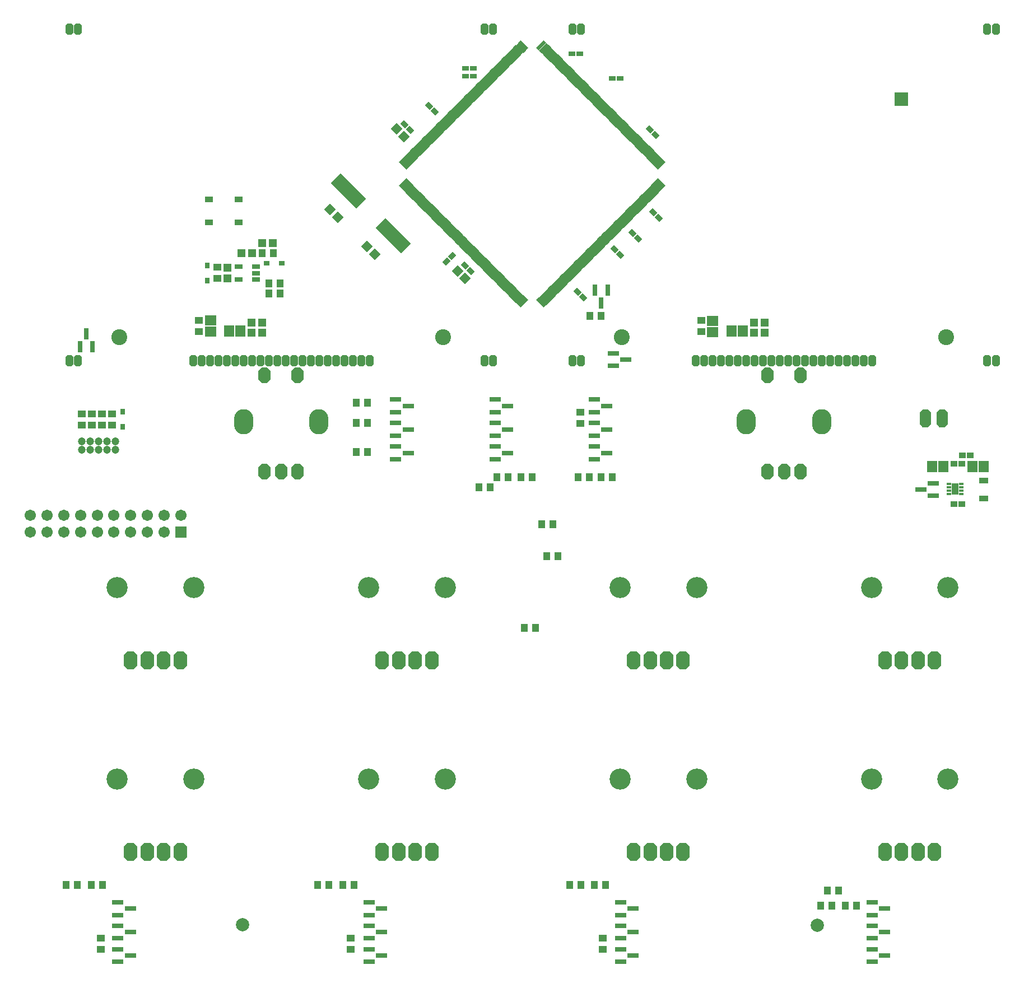
<source format=gbs>
%FSTAX23Y23*%
%MOIN*%
%SFA1B1*%

%IPPOS*%
%AMD41*
4,1,8,0.033500,-0.036400,0.033500,0.036400,0.016800,0.053200,-0.016800,0.053200,-0.033500,0.036400,-0.033500,-0.036400,-0.016800,-0.053200,0.016800,-0.053200,0.033500,-0.036400,0.0*
%
%AMD42*
4,1,8,0.017700,0.045300,-0.017700,0.045300,-0.035500,0.027600,-0.035500,-0.027600,-0.017700,-0.045300,0.017700,-0.045300,0.035500,-0.027600,0.035500,0.027600,0.017700,0.045300,0.0*
%
%AMD45*
4,1,8,-0.010900,-0.033500,0.010900,-0.033500,0.021700,-0.022700,0.021700,0.022700,0.010900,0.033500,-0.010900,0.033500,-0.021700,0.022700,-0.021700,-0.022700,-0.010900,-0.033500,0.0*
%
%AMD47*
4,1,8,0.019700,0.053200,-0.019700,0.053200,-0.039400,0.033500,-0.039400,-0.033500,-0.019700,-0.053200,0.019700,-0.053200,0.039400,-0.033500,0.039400,0.033500,0.019700,0.053200,0.0*
%
%AMD74*
4,1,4,0.105900,-0.047200,-0.047200,0.105900,-0.105900,0.047200,0.047200,-0.105900,0.105900,-0.047200,0.0*
%
%AMD91*
4,1,4,-0.033400,0.000000,0.000000,-0.033400,0.033400,0.000000,0.000000,0.033400,-0.033400,0.000000,0.0*
%
%AMD92*
4,1,4,-0.016000,0.030000,-0.030000,0.016000,0.016000,-0.030000,0.030000,-0.016000,-0.016000,0.030000,0.0*
%
%AMD93*
4,1,4,0.030000,0.016000,0.016000,0.030000,-0.030000,-0.016000,-0.016000,-0.030000,0.030000,0.016000,0.0*
%
%AMD102*
4,1,4,0.025100,0.002800,0.002800,0.025100,-0.025100,-0.002800,-0.002800,-0.025100,0.025100,0.002800,0.0*
%
%AMD103*
4,1,4,-0.002800,0.025100,-0.025100,0.002800,0.002800,-0.025100,0.025100,-0.002800,-0.002800,0.025100,0.0*
%
%ADD26R,0.059181X0.067055*%
%ADD27R,0.047370X0.047370*%
%ADD29R,0.043433X0.047370*%
%ADD35R,0.078740X0.078740*%
%ADD36C,0.078740*%
%ADD37R,0.047370X0.043433*%
%ADD38R,0.067055X0.067055*%
%ADD39C,0.067055*%
%ADD40C,0.027685*%
G04~CAMADD=41~4~0.0~0.0~1064.3~670.6~0.0~167.6~0~0.0~0.0~0.0~0.0~0~0.0~0.0~0.0~0.0~0~0.0~0.0~0.0~270.0~670.0~1064.0*
%ADD41D41*%
G04~CAMADD=42~4~0.0~0.0~709.9~906.8~0.0~177.5~0~0.0~0.0~0.0~0.0~0~0.0~0.0~0.0~0.0~0~0.0~0.0~0.0~0.0~709.9~906.8*
%ADD42D42*%
%ADD43O,0.114299X0.149732*%
%ADD44C,0.094614*%
G04~CAMADD=45~4~0.0~0.0~434.3~670.6~0.0~108.6~0~0.0~0.0~0.0~0.0~0~0.0~0.0~0.0~0.0~0~0.0~0.0~0.0~180.0~434.0~670.0*
%ADD45D45*%
%ADD46C,0.047370*%
G04~CAMADD=47~4~0.0~0.0~788.7~1064.3~0.0~197.2~0~0.0~0.0~0.0~0.0~0~0.0~0.0~0.0~0.0~0~0.0~0.0~0.0~0.0~788.7~1064.3*
%ADD47D47*%
%ADD48C,0.126110*%
G04~CAMADD=74~9~0.0~0.0~2165.0~830.0~0.0~0.0~0~0.0~0.0~0.0~0.0~0~0.0~0.0~0.0~0.0~0~0.0~0.0~0.0~315.0~2118.0~2117.0*
%ADD74D74*%
%ADD90R,0.025716X0.035559*%
G04~CAMADD=91~10~0.0~473.7~0.0~0.0~0.0~0.0~0~0.0~0.0~0.0~0.0~0~0.0~0.0~0.0~0.0~0~0.0~0.0~0.0~135.0~473.7~0.0*
%ADD91D91*%
G04~CAMADD=92~9~0.0~0.0~198.1~650.9~0.0~0.0~0~0.0~0.0~0.0~0.0~0~0.0~0.0~0.0~0.0~0~0.0~0.0~0.0~45.0~600.0~599.0*
%ADD92D92*%
G04~CAMADD=93~9~0.0~0.0~198.1~650.9~0.0~0.0~0~0.0~0.0~0.0~0.0~0~0.0~0.0~0.0~0.0~0~0.0~0.0~0.0~315.0~600.0~599.0*
%ADD93D93*%
%ADD94R,0.047370X0.031622*%
%ADD95R,0.055244X0.033590*%
%ADD96R,0.067055X0.031622*%
%ADD97R,0.039496X0.035559*%
%ADD98R,0.043433X0.070992*%
%ADD99R,0.027685X0.017842*%
%ADD100R,0.051307X0.035559*%
%ADD101R,0.039496X0.031622*%
G04~CAMADD=102~9~0.0~0.0~316.2~395.0~0.0~0.0~0~0.0~0.0~0.0~0.0~0~0.0~0.0~0.0~0.0~0~0.0~0.0~0.0~315.0~502.0~501.0*
%ADD102D102*%
G04~CAMADD=103~9~0.0~0.0~316.2~395.0~0.0~0.0~0~0.0~0.0~0.0~0.0~0~0.0~0.0~0.0~0.0~0~0.0~0.0~0.0~45.0~502.0~501.0*
%ADD103D103*%
%ADD104R,0.031622X0.067055*%
%ADD105R,0.035559X0.025716*%
%ADD106R,0.047370X0.047370*%
%ADD107R,0.067055X0.059181*%
%LNduo_x-1*%
%LPD*%
G54D26*
X05203Y02729D03*
X0527D03*
X0503D03*
X04963D03*
X03838Y03535D03*
X03771D03*
X00848D03*
X00781D03*
G54D27*
X01041Y0406D03*
X00978D03*
X03966Y03585D03*
X03903D03*
X03966Y03525D03*
X03903D03*
X00976D03*
X00913D03*
X00976Y03585D03*
X00913D03*
X00918Y03999D03*
X00855D03*
G54D29*
X04446Y00115D03*
X04513D03*
X02995Y02665D03*
X03061D03*
X01306Y0024D03*
X01373D03*
X04301Y00115D03*
X04368D03*
X02806Y0024D03*
X02873D03*
X02374Y02665D03*
X02441D03*
X01536Y02814D03*
X01603D03*
X-00188Y0024D03*
X-00121D03*
X02925Y02665D03*
X02858D03*
X01523Y0024D03*
X01456D03*
X04341Y00205D03*
X04408D03*
X02583Y02665D03*
X02516D03*
X01536Y02987D03*
X01603D03*
X0302Y0024D03*
X02953D03*
X02334Y02605D03*
X02267D03*
X01536Y0311D03*
X01603D03*
X00028Y0024D03*
X-00038D03*
X02928Y03625D03*
X02995D03*
X02708Y02385D03*
X02641D03*
X02536Y0177D03*
X02603D03*
X02738Y02195D03*
X02671D03*
X01083Y03759D03*
X01016D03*
X01083Y03819D03*
X01016D03*
X01043Y03999D03*
X00976D03*
G54D35*
X04782Y04915D03*
G54D36*
X0428Y0D03*
X0086Y00001D03*
G54D37*
X01505Y-00146D03*
Y-00079D03*
X0287Y02986D03*
Y03053D03*
X03005Y-00146D03*
Y-00079D03*
X00016Y-00146D03*
Y-00079D03*
X-00095Y02976D03*
Y03043D03*
X-00035Y02976D03*
Y03043D03*
X00025Y02976D03*
Y03043D03*
X00085Y02976D03*
Y03043D03*
X0071Y03847D03*
Y03914D03*
X0359Y03598D03*
Y03531D03*
X006Y036D03*
Y03533D03*
G54D38*
X00495Y0234D03*
G54D39*
X00495Y0244D03*
X00395Y0234D03*
Y0244D03*
X00295Y0234D03*
Y0244D03*
X00195Y0234D03*
Y0244D03*
X00095Y0234D03*
Y0244D03*
X-00004Y0234D03*
Y0244D03*
X-00104Y0234D03*
Y0244D03*
X-00204Y0234D03*
Y0244D03*
X-00304Y0234D03*
Y0244D03*
X-00404Y0234D03*
Y0244D03*
G54D40*
X05102Y02579D03*
Y02611D03*
G54D41*
X05024Y03014D03*
X04925D03*
G54D42*
X00992Y027D03*
X01091D03*
X01189D03*
X00992Y03271D03*
X01189D03*
X03984Y027D03*
X04083D03*
X04181D03*
X03984Y03271D03*
X04181D03*
G54D43*
X00866Y02995D03*
X01315D03*
X03858D03*
X04307D03*
G54D44*
X05047Y03497D03*
X03118D03*
X02055D03*
X00126D03*
G54D45*
X05343Y05333D03*
X05292D03*
X02823Y0336D03*
X02873D03*
X04558D03*
X04508D03*
X04458D03*
X04408D03*
X04358D03*
X04308D03*
X04258D03*
X04208D03*
X04158D03*
X04108D03*
X04058D03*
X04008D03*
X03958D03*
X03908D03*
X03858D03*
X03808D03*
X03758D03*
X03708D03*
X03658D03*
X03608D03*
X03558D03*
X04608D03*
X05292D03*
X05343D03*
X02873Y05333D03*
X02823D03*
X02351D03*
X023D03*
X-00168Y0336D03*
X-00118D03*
X01566D03*
X01516D03*
X01466D03*
X01416D03*
X01366D03*
X01316D03*
X01266D03*
X01216D03*
X01166D03*
X01116D03*
X01066D03*
X01016D03*
X00966D03*
X00916D03*
X00866D03*
X00816D03*
X00766D03*
X00716D03*
X00666D03*
X00616D03*
X00566D03*
X01616D03*
X023D03*
X02351D03*
X-00118Y05333D03*
X-00168D03*
G54D46*
X00105Y0283D03*
X00055D03*
X00005D03*
X-00045D03*
X-00095Y0288D03*
Y0283D03*
X-00045Y0288D03*
X00005D03*
X00055D03*
X00105D03*
G54D47*
X04978Y00434D03*
X0488D03*
X04782D03*
X04683D03*
D03*
X03187D03*
D03*
X03286D03*
X03384D03*
X03482D03*
X01691D03*
D03*
X0179D03*
X01888D03*
X01986D03*
X00195D03*
D03*
X00293D03*
X00392D03*
X0049D03*
X04683Y01576D03*
D03*
X04782D03*
X0488D03*
X04978D03*
X03187D03*
D03*
X03286D03*
X03384D03*
X03482D03*
X01691D03*
D03*
X0179D03*
X01888D03*
X01986D03*
X00195D03*
D03*
X00293D03*
X00392D03*
X0049D03*
G54D48*
X04603Y00867D03*
X05059D03*
X03563D03*
X03106D03*
X02067D03*
X0161D03*
X00571D03*
X00114D03*
X05059Y02009D03*
X04603D03*
X03563D03*
X03106D03*
X02067D03*
X0161D03*
X00571D03*
X00114D03*
G54D74*
X01491Y04368D03*
X01758Y04101D03*
G54D90*
X00148Y02964D03*
Y03055D03*
X0065Y03835D03*
Y03926D03*
G54D91*
X02184Y03847D03*
X0214Y03892D03*
X01427Y04212D03*
X01382Y04257D03*
X01647Y03992D03*
X01602Y04037D03*
X01777Y04737D03*
X01822Y04692D03*
G54D92*
X02639Y03705D03*
X02653Y03719D03*
X02667Y03732D03*
X02681Y03746D03*
X02695Y0376D03*
X02709Y03774D03*
X02723Y03788D03*
X02737Y03802D03*
X02751Y03816D03*
X02765Y0383D03*
X02779Y03844D03*
X02793Y03858D03*
X02807Y03872D03*
X0282Y03886D03*
X02834Y039D03*
X02848Y03913D03*
X02862Y03927D03*
X02876Y03941D03*
X0289Y03955D03*
X02904Y03969D03*
X02918Y03983D03*
X02932Y03997D03*
X02946Y04011D03*
X0296Y04025D03*
X02974Y04039D03*
X02987Y04053D03*
X03001Y04067D03*
X03015Y0408D03*
X03029Y04094D03*
X03043Y04108D03*
X03057Y04122D03*
X03071Y04136D03*
X03085Y0415D03*
X03099Y04164D03*
X03113Y04178D03*
X03127Y04192D03*
X03141Y04206D03*
X03155Y0422D03*
X03168Y04234D03*
X03182Y04247D03*
X03196Y04261D03*
X0321Y04275D03*
X03224Y04289D03*
X03238Y04303D03*
X03252Y04317D03*
X03266Y04331D03*
X0328Y04345D03*
X03294Y04359D03*
X03308Y04373D03*
X03322Y04387D03*
X03335Y04401D03*
X03349Y04415D03*
X0253Y05234D03*
X02516Y0522D03*
X02502Y05207D03*
X02488Y05193D03*
X02474Y05179D03*
X0246Y05165D03*
X02446Y05151D03*
X02432Y05137D03*
X02418Y05123D03*
X02404Y05109D03*
X0239Y05095D03*
X02376Y05081D03*
X02362Y05067D03*
X02349Y05053D03*
X02335Y0504D03*
X02321Y05026D03*
X02307Y05012D03*
X02293Y04998D03*
X02279Y04984D03*
X02265Y0497D03*
X02251Y04956D03*
X02237Y04942D03*
X02223Y04928D03*
X02209Y04914D03*
X02195Y049D03*
X02182Y04886D03*
X02168Y04872D03*
X02154Y04859D03*
X0214Y04845D03*
X02126Y04831D03*
X02112Y04817D03*
X02098Y04803D03*
X02084Y04789D03*
X0207Y04775D03*
X02056Y04761D03*
X02042Y04747D03*
X02028Y04733D03*
X02015Y04719D03*
X02001Y04705D03*
X01987Y04692D03*
X01973Y04678D03*
X01959Y04664D03*
X01945Y0465D03*
X01931Y04636D03*
X01917Y04622D03*
X01903Y04608D03*
X01889Y04594D03*
X01875Y0458D03*
X01861Y04566D03*
X01847Y04552D03*
X01834Y04538D03*
X0182Y04524D03*
G54D93*
X03349Y04524D03*
X03335Y04538D03*
X03322Y04552D03*
X03308Y04566D03*
X03294Y0458D03*
X0328Y04594D03*
X03266Y04608D03*
X03252Y04622D03*
X03238Y04636D03*
X03224Y0465D03*
X0321Y04664D03*
X03196Y04678D03*
X03182Y04692D03*
X03168Y04705D03*
X03155Y04719D03*
X03141Y04733D03*
X03127Y04747D03*
X03113Y04761D03*
X03099Y04775D03*
X03085Y04789D03*
X03071Y04803D03*
X03057Y04817D03*
X03043Y04831D03*
X03029Y04845D03*
X03015Y04859D03*
X03001Y04872D03*
X02987Y04886D03*
X02974Y049D03*
X0296Y04914D03*
X02946Y04928D03*
X02932Y04942D03*
X02918Y04956D03*
X02904Y0497D03*
X0289Y04984D03*
X02876Y04998D03*
X02862Y05012D03*
X02848Y05026D03*
X02834Y0504D03*
X0282Y05053D03*
X02807Y05067D03*
X02793Y05081D03*
X02779Y05095D03*
X02765Y05109D03*
X02751Y05123D03*
X02737Y05137D03*
X02723Y05151D03*
X02709Y05165D03*
X02695Y05179D03*
X02681Y05193D03*
X02667Y05207D03*
X02653Y0522D03*
X02639Y05234D03*
X0182Y04415D03*
X01834Y04401D03*
X01847Y04387D03*
X01861Y04373D03*
X01875Y04359D03*
X01889Y04345D03*
X01903Y04331D03*
X01917Y04317D03*
X01931Y04303D03*
X01945Y04289D03*
X01959Y04275D03*
X01973Y04261D03*
X01987Y04247D03*
X02001Y04234D03*
X02015Y0422D03*
X02028Y04206D03*
X02042Y04192D03*
X02056Y04178D03*
X0207Y04164D03*
X02084Y0415D03*
X02098Y04136D03*
X02112Y04122D03*
X02126Y04108D03*
X0214Y04094D03*
X02154Y0408D03*
X02168Y04067D03*
X02182Y04053D03*
X02195Y04039D03*
X02209Y04025D03*
X02223Y04011D03*
X02237Y03997D03*
X02251Y03983D03*
X02265Y03969D03*
X02279Y03955D03*
X02293Y03941D03*
X02307Y03927D03*
X02321Y03913D03*
X02335Y039D03*
X02349Y03886D03*
X02362Y03872D03*
X02376Y03858D03*
X0239Y03844D03*
X02404Y0383D03*
X02418Y03816D03*
X02432Y03802D03*
X02446Y03788D03*
X0246Y03774D03*
X02474Y0376D03*
X02488Y03746D03*
X02502Y03732D03*
X02516Y03719D03*
X0253Y03705D03*
G54D94*
X00839Y03917D03*
Y03842D03*
X00941D03*
Y03879D03*
Y03917D03*
G54D95*
X05272Y02538D03*
Y02646D03*
G54D96*
X04897Y02592D03*
X04972Y02555D03*
Y02629D03*
X03066Y03329D03*
Y03403D03*
X03141Y03366D03*
X04607Y0006D03*
Y00135D03*
X04682Y00097D03*
X04607Y-00219D03*
Y-00144D03*
X04682Y-00182D03*
X04607Y-00079D03*
Y-00004D03*
X04682Y-00042D03*
X03111Y-00079D03*
Y-00004D03*
X03185Y-00042D03*
X03111Y-00219D03*
Y-00144D03*
X03185Y-00182D03*
X03111Y0006D03*
Y00135D03*
X03185Y00097D03*
X01615Y-00079D03*
Y-00004D03*
X01689Y-00042D03*
X01615Y0006D03*
Y00135D03*
X01689Y00097D03*
X01615Y-00219D03*
Y-00144D03*
X01689Y-00182D03*
X00119Y-00079D03*
Y-00004D03*
X00193Y-00042D03*
X00119Y-00219D03*
Y-00144D03*
X00193Y-00182D03*
X00119Y0006D03*
Y00135D03*
X00193Y00097D03*
X02953Y03052D03*
Y03127D03*
X03028Y0309D03*
X02953Y02912D03*
Y02987D03*
X03028Y0295D03*
X02953Y02772D03*
Y02847D03*
X03028Y0281D03*
X02363Y02772D03*
Y02847D03*
X02437Y0281D03*
X02363Y03052D03*
Y03127D03*
X02437Y0309D03*
X02363Y02912D03*
Y02987D03*
X02437Y0295D03*
X01772Y03052D03*
Y03127D03*
X01847Y0309D03*
X01772Y02912D03*
Y02987D03*
X01847Y0295D03*
X01772Y02772D03*
Y02847D03*
X01847Y0281D03*
G54D97*
X05141Y02744D03*
X05093D03*
X05191Y02794D03*
X05143D03*
X05093Y02504D03*
X05141D03*
G54D98*
X05102Y02594D03*
G54D99*
X05139Y02624D03*
Y02604D03*
Y02585D03*
Y02565D03*
X05065Y02624D03*
Y02604D03*
Y02585D03*
Y02565D03*
G54D100*
X00837Y04181D03*
X00662D03*
Y04318D03*
X00837D03*
G54D101*
X03061Y0504D03*
X03109D03*
X02868Y05185D03*
X02821D03*
X02186Y051D03*
X02233D03*
X02186Y05053D03*
X02233D03*
G54D102*
X02073Y03948D03*
X02106Y03981D03*
G54D103*
X02888Y03736D03*
X02855Y0377D03*
X02183Y03925D03*
X02216Y03891D03*
X03107Y03988D03*
X03073Y04021D03*
X03213Y04085D03*
X0318Y04118D03*
X03336Y04208D03*
X03303Y04241D03*
X03316Y04703D03*
X03283Y04736D03*
X0197Y04875D03*
X02003Y04842D03*
X01823Y04766D03*
X01856Y04733D03*
G54D104*
X02995Y03702D03*
X03033Y03777D03*
X02958D03*
X-00031Y03442D03*
X-00106D03*
X-00069Y03517D03*
G54D105*
X01095Y03939D03*
X01005D03*
G54D106*
X0077Y03912D03*
Y03849D03*
G54D107*
X03658Y0353D03*
Y03596D03*
X0067Y03531D03*
Y03598D03*
M02*
</source>
